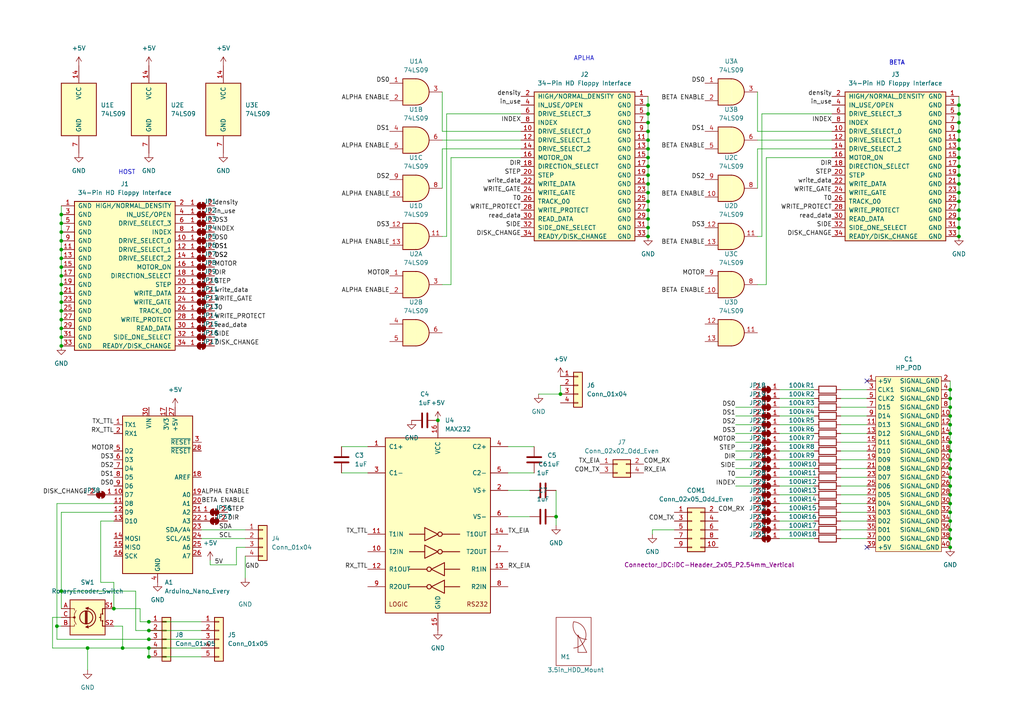
<source format=kicad_sch>
(kicad_sch (version 20211123) (generator eeschema)
  (paper "A4")
  (junction (at 275.59 135.89))
  (junction (at 187.96 30.48))
  (junction (at 275.59 146.05))
  (junction (at 275.59 113.03))
  (junction (at 275.59 156.21))
  (junction (at 43.18 185.42))
  (junction (at 17.78 82.55))
  (junction (at 278.13 68.58))
  (junction (at 275.59 120.65))
  (junction (at 275.59 148.59))
  (junction (at 278.13 53.34))
  (junction (at 187.96 38.1))
  (junction (at 275.59 128.27))
  (junction (at 278.13 48.26))
  (junction (at 278.13 66.04))
  (junction (at 275.59 143.51))
  (junction (at 275.59 140.97))
  (junction (at 278.13 50.8))
  (junction (at 17.78 100.33))
  (junction (at 275.59 115.57))
  (junction (at 187.96 45.72))
  (junction (at 275.59 118.11))
  (junction (at 278.13 60.96))
  (junction (at 17.78 74.93))
  (junction (at 187.96 33.02))
  (junction (at 187.96 60.96))
  (junction (at 43.18 182.88))
  (junction (at 162.56 114.3))
  (junction (at 278.13 40.64))
  (junction (at 17.78 67.31))
  (junction (at 278.13 63.5))
  (junction (at 187.96 50.8))
  (junction (at 127 121.92))
  (junction (at 17.78 62.23))
  (junction (at 278.13 55.88))
  (junction (at 278.13 30.48))
  (junction (at 17.78 77.47))
  (junction (at 17.78 80.01))
  (junction (at 187.96 66.04))
  (junction (at 278.13 38.1))
  (junction (at 275.59 125.73))
  (junction (at 187.96 43.18))
  (junction (at 187.96 53.34))
  (junction (at 43.18 180.34))
  (junction (at 187.96 63.5))
  (junction (at 278.13 43.18))
  (junction (at 275.59 151.13))
  (junction (at 275.59 158.75))
  (junction (at 187.96 68.58))
  (junction (at 275.59 133.35))
  (junction (at 35.56 187.96))
  (junction (at 43.18 190.5))
  (junction (at 25.4 187.96))
  (junction (at 278.13 33.02))
  (junction (at 187.96 55.88))
  (junction (at 275.59 123.19))
  (junction (at 16.51 181.61))
  (junction (at 187.96 48.26))
  (junction (at 17.78 85.09))
  (junction (at 17.78 64.77))
  (junction (at 187.96 58.42))
  (junction (at 278.13 58.42))
  (junction (at 17.78 72.39))
  (junction (at 17.78 87.63))
  (junction (at 17.78 95.25))
  (junction (at 278.13 35.56))
  (junction (at 17.78 90.17))
  (junction (at 43.18 187.96))
  (junction (at 17.78 97.79))
  (junction (at 275.59 153.67))
  (junction (at 17.78 171.45))
  (junction (at 275.59 138.43))
  (junction (at 161.29 149.86))
  (junction (at 33.02 176.53))
  (junction (at 278.13 45.72))
  (junction (at 187.96 40.64))
  (junction (at 187.96 35.56))
  (junction (at 17.78 69.85))
  (junction (at 17.78 92.71))
  (junction (at 275.59 130.81))
  (no_connect (at 251.46 110.49))
  (no_connect (at 251.46 158.75))
  (wire (pts (xy 226.06 120.65) (xy 236.22 120.65)))
  (wire (pts (xy 220.98 68.58) (xy 220.98 33.02)))
  (wire (pts (xy 15.24 187.96) (xy 25.4 187.96)))
  (wire (pts (xy 187.96 38.1) (xy 187.96 40.64)))
  (wire (pts (xy 278.13 48.26) (xy 278.13 50.8)))
  (wire (pts (xy 243.84 128.27) (xy 251.46 128.27)))
  (wire (pts (xy 17.78 179.07) (xy 15.24 179.07)))
  (wire (pts (xy 33.02 176.53) (xy 40.64 176.53)))
  (wire (pts (xy 58.42 190.5) (xy 43.18 190.5)))
  (wire (pts (xy 129.54 33.02) (xy 151.13 33.02)))
  (wire (pts (xy 275.59 110.49) (xy 275.59 113.03)))
  (wire (pts (xy 60.96 163.83) (xy 68.58 163.83)))
  (wire (pts (xy 226.06 118.11) (xy 236.22 118.11)))
  (wire (pts (xy 25.4 187.96) (xy 25.4 194.31)))
  (wire (pts (xy 243.84 151.13) (xy 251.46 151.13)))
  (wire (pts (xy 17.78 74.93) (xy 17.78 77.47)))
  (wire (pts (xy 275.59 148.59) (xy 275.59 151.13)))
  (wire (pts (xy 17.78 148.59) (xy 33.02 148.59)))
  (wire (pts (xy 15.24 179.07) (xy 15.24 187.96)))
  (wire (pts (xy 161.29 142.24) (xy 161.29 149.86)))
  (wire (pts (xy 278.13 58.42) (xy 278.13 60.96)))
  (wire (pts (xy 275.59 115.57) (xy 275.59 118.11)))
  (wire (pts (xy 275.59 156.21) (xy 275.59 158.75)))
  (wire (pts (xy 226.06 128.27) (xy 236.22 128.27)))
  (wire (pts (xy 226.06 151.13) (xy 236.22 151.13)))
  (wire (pts (xy 226.06 133.35) (xy 236.22 133.35)))
  (wire (pts (xy 128.27 43.18) (xy 151.13 43.18)))
  (wire (pts (xy 16.51 181.61) (xy 16.51 146.05)))
  (wire (pts (xy 187.96 45.72) (xy 187.96 48.26)))
  (wire (pts (xy 128.27 40.64) (xy 151.13 40.64)))
  (wire (pts (xy 128.27 82.55) (xy 130.81 82.55)))
  (wire (pts (xy 33.02 176.53) (xy 33.02 168.91)))
  (wire (pts (xy 187.96 66.04) (xy 187.96 68.58)))
  (wire (pts (xy 35.56 181.61) (xy 33.02 181.61)))
  (wire (pts (xy 275.59 133.35) (xy 275.59 135.89)))
  (wire (pts (xy 60.96 163.83) (xy 60.96 162.56)))
  (wire (pts (xy 187.96 30.48) (xy 187.96 33.02)))
  (wire (pts (xy 219.71 68.58) (xy 220.98 68.58)))
  (wire (pts (xy 222.25 82.55) (xy 222.25 45.72)))
  (wire (pts (xy 17.78 171.45) (xy 17.78 148.59)))
  (wire (pts (xy 278.13 50.8) (xy 278.13 53.34)))
  (wire (pts (xy 275.59 146.05) (xy 275.59 148.59)))
  (wire (pts (xy 25.4 187.96) (xy 35.56 187.96)))
  (wire (pts (xy 35.56 187.96) (xy 43.18 187.96)))
  (wire (pts (xy 278.13 55.88) (xy 278.13 58.42)))
  (wire (pts (xy 226.06 140.97) (xy 236.22 140.97)))
  (wire (pts (xy 128.27 26.67) (xy 128.27 38.1)))
  (wire (pts (xy 130.81 82.55) (xy 130.81 45.72)))
  (wire (pts (xy 187.96 48.26) (xy 187.96 50.8)))
  (wire (pts (xy 35.56 187.96) (xy 35.56 181.61)))
  (wire (pts (xy 17.78 176.53) (xy 17.78 171.45)))
  (wire (pts (xy 17.78 181.61) (xy 16.51 181.61)))
  (wire (pts (xy 278.13 63.5) (xy 278.13 66.04)))
  (wire (pts (xy 226.06 125.73) (xy 236.22 125.73)))
  (wire (pts (xy 17.78 59.69) (xy 17.78 62.23)))
  (wire (pts (xy 16.51 185.42) (xy 43.18 185.42)))
  (wire (pts (xy 195.58 153.67) (xy 189.23 153.67)))
  (wire (pts (xy 243.84 148.59) (xy 251.46 148.59)))
  (wire (pts (xy 187.96 40.64) (xy 187.96 43.18)))
  (wire (pts (xy 278.13 66.04) (xy 278.13 68.58)))
  (wire (pts (xy 17.78 90.17) (xy 17.78 92.71)))
  (wire (pts (xy 219.71 82.55) (xy 222.25 82.55)))
  (wire (pts (xy 278.13 38.1) (xy 278.13 40.64)))
  (wire (pts (xy 128.27 54.61) (xy 128.27 43.18)))
  (wire (pts (xy 58.42 187.96) (xy 43.18 187.96)))
  (wire (pts (xy 275.59 120.65) (xy 275.59 123.19)))
  (wire (pts (xy 130.81 45.72) (xy 151.13 45.72)))
  (wire (pts (xy 162.56 111.76) (xy 162.56 114.3)))
  (wire (pts (xy 243.84 143.51) (xy 251.46 143.51)))
  (wire (pts (xy 222.25 45.72) (xy 241.3 45.72)))
  (wire (pts (xy 16.51 181.61) (xy 16.51 185.42)))
  (wire (pts (xy 153.67 149.86) (xy 147.32 149.86)))
  (wire (pts (xy 278.13 40.64) (xy 278.13 43.18)))
  (wire (pts (xy 187.96 27.94) (xy 187.96 30.48)))
  (wire (pts (xy 17.78 85.09) (xy 17.78 87.63)))
  (wire (pts (xy 213.36 133.35) (xy 218.44 133.35)))
  (wire (pts (xy 29.21 151.13) (xy 33.02 151.13)))
  (wire (pts (xy 243.84 118.11) (xy 251.46 118.11)))
  (wire (pts (xy 243.84 135.89) (xy 251.46 135.89)))
  (wire (pts (xy 128.27 68.58) (xy 129.54 68.58)))
  (wire (pts (xy 219.71 38.1) (xy 241.3 38.1)))
  (wire (pts (xy 17.78 62.23) (xy 17.78 64.77)))
  (wire (pts (xy 275.59 138.43) (xy 275.59 140.97)))
  (wire (pts (xy 243.84 133.35) (xy 251.46 133.35)))
  (wire (pts (xy 275.59 123.19) (xy 275.59 125.73)))
  (wire (pts (xy 39.37 182.88) (xy 43.18 182.88)))
  (wire (pts (xy 243.84 138.43) (xy 251.46 138.43)))
  (wire (pts (xy 226.06 148.59) (xy 236.22 148.59)))
  (wire (pts (xy 17.78 82.55) (xy 17.78 85.09)))
  (wire (pts (xy 213.36 118.11) (xy 218.44 118.11)))
  (wire (pts (xy 187.96 60.96) (xy 187.96 63.5)))
  (wire (pts (xy 243.84 125.73) (xy 251.46 125.73)))
  (wire (pts (xy 219.71 43.18) (xy 241.3 43.18)))
  (wire (pts (xy 17.78 77.47) (xy 17.78 80.01)))
  (wire (pts (xy 226.06 135.89) (xy 236.22 135.89)))
  (wire (pts (xy 213.36 138.43) (xy 218.44 138.43)))
  (wire (pts (xy 220.98 33.02) (xy 241.3 33.02)))
  (wire (pts (xy 243.84 140.97) (xy 251.46 140.97)))
  (wire (pts (xy 243.84 146.05) (xy 251.46 146.05)))
  (wire (pts (xy 40.64 180.34) (xy 43.18 180.34)))
  (wire (pts (xy 40.64 176.53) (xy 40.64 180.34)))
  (wire (pts (xy 17.78 87.63) (xy 17.78 90.17)))
  (wire (pts (xy 243.84 120.65) (xy 251.46 120.65)))
  (wire (pts (xy 243.84 123.19) (xy 251.46 123.19)))
  (wire (pts (xy 68.58 158.75) (xy 68.58 163.83)))
  (wire (pts (xy 71.12 167.64) (xy 71.12 161.29)))
  (wire (pts (xy 29.21 168.91) (xy 29.21 151.13)))
  (wire (pts (xy 219.71 54.61) (xy 219.71 43.18)))
  (wire (pts (xy 213.36 123.19) (xy 218.44 123.19)))
  (wire (pts (xy 226.06 123.19) (xy 236.22 123.19)))
  (wire (pts (xy 58.42 153.67) (xy 71.12 153.67)))
  (wire (pts (xy 275.59 125.73) (xy 275.59 128.27)))
  (wire (pts (xy 226.06 143.51) (xy 236.22 143.51)))
  (wire (pts (xy 226.06 146.05) (xy 236.22 146.05)))
  (wire (pts (xy 278.13 43.18) (xy 278.13 45.72)))
  (wire (pts (xy 17.78 95.25) (xy 17.78 97.79)))
  (wire (pts (xy 153.67 142.24) (xy 147.32 142.24)))
  (wire (pts (xy 58.42 185.42) (xy 43.18 185.42)))
  (wire (pts (xy 16.51 146.05) (xy 33.02 146.05)))
  (wire (pts (xy 278.13 27.94) (xy 278.13 30.48)))
  (wire (pts (xy 275.59 135.89) (xy 275.59 138.43)))
  (wire (pts (xy 154.94 137.16) (xy 147.32 137.16)))
  (wire (pts (xy 187.96 53.34) (xy 187.96 55.88)))
  (wire (pts (xy 275.59 153.67) (xy 275.59 156.21)))
  (wire (pts (xy 213.36 125.73) (xy 218.44 125.73)))
  (wire (pts (xy 187.96 58.42) (xy 187.96 60.96)))
  (wire (pts (xy 187.96 43.18) (xy 187.96 45.72)))
  (wire (pts (xy 243.84 130.81) (xy 251.46 130.81)))
  (wire (pts (xy 278.13 35.56) (xy 278.13 38.1)))
  (wire (pts (xy 278.13 30.48) (xy 278.13 33.02)))
  (wire (pts (xy 58.42 180.34) (xy 43.18 180.34)))
  (wire (pts (xy 243.84 156.21) (xy 251.46 156.21)))
  (wire (pts (xy 68.58 158.75) (xy 71.12 158.75)))
  (wire (pts (xy 17.78 171.45) (xy 39.37 171.45)))
  (wire (pts (xy 278.13 60.96) (xy 278.13 63.5)))
  (wire (pts (xy 129.54 68.58) (xy 129.54 33.02)))
  (wire (pts (xy 275.59 118.11) (xy 275.59 120.65)))
  (wire (pts (xy 278.13 33.02) (xy 278.13 35.56)))
  (wire (pts (xy 278.13 53.34) (xy 278.13 55.88)))
  (wire (pts (xy 33.02 168.91) (xy 29.21 168.91)))
  (wire (pts (xy 226.06 115.57) (xy 236.22 115.57)))
  (wire (pts (xy 58.42 156.21) (xy 71.12 156.21)))
  (wire (pts (xy 243.84 115.57) (xy 251.46 115.57)))
  (wire (pts (xy 226.06 130.81) (xy 236.22 130.81)))
  (wire (pts (xy 128.27 38.1) (xy 151.13 38.1)))
  (wire (pts (xy 187.96 55.88) (xy 187.96 58.42)))
  (wire (pts (xy 43.18 187.96) (xy 43.18 190.5)))
  (wire (pts (xy 99.06 129.54) (xy 106.68 129.54)))
  (wire (pts (xy 213.36 130.81) (xy 218.44 130.81)))
  (wire (pts (xy 17.78 80.01) (xy 17.78 82.55)))
  (wire (pts (xy 278.13 45.72) (xy 278.13 48.26)))
  (wire (pts (xy 189.23 153.67) (xy 189.23 154.94)))
  (wire (pts (xy 275.59 140.97) (xy 275.59 143.51)))
  (wire (pts (xy 187.96 35.56) (xy 187.96 38.1)))
  (wire (pts (xy 219.71 26.67) (xy 219.71 38.1)))
  (wire (pts (xy 226.06 113.03) (xy 236.22 113.03)))
  (wire (pts (xy 187.96 33.02) (xy 187.96 35.56)))
  (wire (pts (xy 17.78 69.85) (xy 17.78 72.39)))
  (wire (pts (xy 17.78 72.39) (xy 17.78 74.93)))
  (wire (pts (xy 275.59 113.03) (xy 275.59 115.57)))
  (wire (pts (xy 226.06 153.67) (xy 236.22 153.67)))
  (wire (pts (xy 226.06 156.21) (xy 236.22 156.21)))
  (wire (pts (xy 243.84 113.03) (xy 251.46 113.03)))
  (wire (pts (xy 219.71 40.64) (xy 241.3 40.64)))
  (wire (pts (xy 187.96 63.5) (xy 187.96 66.04)))
  (wire (pts (xy 213.36 140.97) (xy 218.44 140.97)))
  (wire (pts (xy 58.42 182.88) (xy 43.18 182.88)))
  (wire (pts (xy 154.94 129.54) (xy 147.32 129.54)))
  (wire (pts (xy 213.36 120.65) (xy 218.44 120.65)))
  (wire (pts (xy 275.59 128.27) (xy 275.59 130.81)))
  (wire (pts (xy 213.36 128.27) (xy 218.44 128.27)))
  (wire (pts (xy 275.59 130.81) (xy 275.59 133.35)))
  (wire (pts (xy 17.78 92.71) (xy 17.78 95.25)))
  (wire (pts (xy 39.37 171.45) (xy 39.37 182.88)))
  (wire (pts (xy 17.78 97.79) (xy 17.78 100.33)))
  (wire (pts (xy 243.84 153.67) (xy 251.46 153.67)))
  (wire (pts (xy 187.96 50.8) (xy 187.96 53.34)))
  (wire (pts (xy 17.78 64.77) (xy 17.78 67.31)))
  (wire (pts (xy 156.21 114.3) (xy 162.56 114.3)))
  (wire (pts (xy 226.06 138.43) (xy 236.22 138.43)))
  (wire (pts (xy 161.29 149.86) (xy 161.29 152.4)))
  (wire (pts (xy 275.59 143.51) (xy 275.59 146.05)))
  (wire (pts (xy 17.78 67.31) (xy 17.78 69.85)))
  (wire (pts (xy 99.06 137.16) (xy 106.68 137.16)))
  (wire (pts (xy 275.59 151.13) (xy 275.59 153.67)))
  (wire (pts (xy 213.36 135.89) (xy 218.44 135.89)))
  (text "HOST" (at 34.29 50.8 0) (effects (font (size 1.27 1.27)) (justify left bottom)))
  (text "BETA" (at 257.81 19.05 0) (effects (font (size 1.27 1.27)) (justify left bottom)))
  (text "BETA" (at 257.81 19.05 0) (effects (font (size 1.27 1.27)) (justify left bottom)))
  (text "APLHA" (at 166.37 17.78 0) (effects (font (size 1.27 1.27)) (justify left bottom)))
  (label "INDEX" (at 213.36 140.97 180))
  (label "BETA ENABLE" (at 204.47 71.12 180))
  (label "ALPHA ENABLE" (at 113.03 71.12 180))
  (label "read_data" (at 241.3 63.5 180))
  (label "ALPHA ENABLE" (at 113.03 29.21 180))
  (label "DS1" (at 204.47 38.1 180))
  (label "DIR" (at 213.36 133.35 180))
  (label "WRITE_PROTECT" (at 62.23 92.71 0))
  (label "SDA" (at 63.5 153.67 0))
  (label "TX_TTL" (at 106.68 154.94 180))
  (label "ALPHA ENABLE" (at 58.42 143.51 0))
  (label "DS2" (at 62.23 74.93 0))
  (label "DS0" (at 33.02 140.97 180))
  (label "DS1" (at 213.36 120.65 180))
  (label "DS2" (at 113.03 52.07 180))
  (label "density" (at 241.3 27.94 180))
  (label "T0" (at 151.13 58.42 180))
  (label "DS2" (at 62.23 74.93 0))
  (label "INDEX" (at 241.3 35.56 180))
  (label "WRITE_GATE" (at 151.13 55.88 180))
  (label "STEP" (at 151.13 50.8 180))
  (label "RX_EIA" (at 186.69 137.16 0))
  (label "T0" (at 213.36 138.43 180))
  (label "MOTOR" (at 33.02 130.81 180))
  (label "in_use" (at 62.23 62.23 0))
  (label "COM_RX" (at 186.69 134.62 0))
  (label "SIDE" (at 62.23 97.79 0))
  (label "SIDE" (at 213.36 135.89 180))
  (label "DS3" (at 213.36 125.73 180))
  (label "DS0" (at 213.36 118.11 180))
  (label "DS3" (at 204.47 66.04 180))
  (label "MOTOR" (at 204.47 80.01 180))
  (label "SIDE" (at 241.3 66.04 180))
  (label "read_data" (at 62.23 95.25 0))
  (label "5V" (at 62.23 163.83 0))
  (label "STEP" (at 241.3 50.8 180))
  (label "DISK_CHANGE" (at 241.3 68.58 180))
  (label "T0" (at 62.23 90.17 0))
  (label "DS2" (at 204.47 52.07 180))
  (label "DS2" (at 33.02 135.89 180))
  (label "INDEX" (at 151.13 35.56 180))
  (label "in_use" (at 151.13 30.48 180))
  (label "SCL" (at 63.5 156.21 0))
  (label "DISK_CHANGE" (at 151.13 68.58 180))
  (label "DS0" (at 113.03 24.13 180))
  (label "DS1" (at 62.23 72.39 0))
  (label "DS1" (at 113.03 38.1 180))
  (label "write_data" (at 241.3 53.34 180))
  (label "WRITE_GATE" (at 62.23 87.63 0))
  (label "WRITE_PROTECT" (at 241.3 60.96 180))
  (label "BETA ENABLE" (at 58.42 146.05 0))
  (label "STEP" (at 62.23 82.55 0))
  (label "DIR" (at 151.13 48.26 180))
  (label "DIR" (at 62.23 80.01 0))
  (label "BETA ENABLE" (at 204.47 29.21 180))
  (label "DS2" (at 213.36 123.19 180))
  (label "MOTOR" (at 62.23 77.47 0))
  (label "MOTOR" (at 213.36 128.27 180))
  (label "STEP" (at 66.04 148.59 0))
  (label "RX_EIA" (at 147.32 165.1 0))
  (label "MOTOR" (at 113.03 80.01 180))
  (label "T0" (at 241.3 58.42 180))
  (label "DISK_CHANGE" (at 25.4 143.51 180))
  (label "DS3" (at 33.02 133.35 180))
  (label "RX_TTL" (at 33.02 125.73 180))
  (label "ALPHA ENABLE" (at 113.03 43.18 180))
  (label "DS3" (at 62.23 64.77 0))
  (label "ALPHA ENABLE" (at 113.03 57.15 180))
  (label "DISK_CHANGE" (at 62.23 100.33 0))
  (label "TX_EIA" (at 173.99 134.62 180))
  (label "INDEX" (at 62.23 67.31 0))
  (label "TX_EIA" (at 147.32 154.94 0))
  (label "DS0" (at 204.47 24.13 180))
  (label "DS1" (at 62.23 72.39 0))
  (label "BETA ENABLE" (at 204.47 85.09 180))
  (label "COM_RX" (at 208.28 148.59 0))
  (label "WRITE_PROTECT" (at 151.13 60.96 180))
  (label "DS1" (at 33.02 138.43 180))
  (label "write_data" (at 151.13 53.34 180))
  (label "WRITE_GATE" (at 241.3 55.88 180))
  (label "write_data" (at 62.23 85.09 0))
  (label "DS0" (at 62.23 69.85 0))
  (label "COM_TX" (at 195.58 151.13 180))
  (label "read_data" (at 151.13 63.5 180))
  (label "DIR" (at 66.04 151.13 0))
  (label "BETA ENABLE" (at 204.47 57.15 180))
  (label "density" (at 151.13 27.94 180))
  (label "SIDE" (at 151.13 66.04 180))
  (label "STEP" (at 213.36 130.81 180))
  (label "TX_TTL" (at 33.02 123.19 180))
  (label "DIR" (at 241.3 48.26 180))
  (label "RX_TTL" (at 106.68 165.1 180))
  (label "density" (at 62.23 59.69 0))
  (label "in_use" (at 241.3 30.48 180))
  (label "BETA ENABLE" (at 204.47 43.18 180))
  (label "COM_TX" (at 173.99 137.16 180))
  (label "ALPHA ENABLE" (at 113.03 85.09 180))
  (label "DS3" (at 113.03 66.04 180))
  (label "GND" (at 71.12 165.1 0))
  (symbol (lib_id "power:GND") (at 187.96 68.58 0) (unit 1)
    (property "Reference" "#PWR0111" (effects hide))
    (property "Value" "GND" (at 187.96 73.66 0))
  )
  (symbol (lib_id "power:GND") (at 64.77 44.45 0) (unit 1)
    (property "Reference" "#PWR0105" (effects hide))
    (property "Value" "GND" (at 64.77 49.53 0))
  )
  (symbol (lib_id "Device:C") (at 157.48 142.24 90) (unit 1)
    (property "Reference" "C6" (at 157.48 134.62 90))
    (property "Value" "1uF" (at 157.48 137.16 90))
    (property "Footprint" "Capacitor_SMD:C_1206_3216Metric_Pad1.33x1.80mm_HandSolder" (effects hide))
    (property "Manufacturer Part Number" "GMC31X7R105M100NT" (effects hide))
  )
  (symbol (lib_id "Connector_Generic:Conn_01x04") (at 76.2 156.21 0) (unit 1)
    (property "Reference" "J4" (at 78.74 156.2099 0) (effects (justify left)))
    (property "Value" "Conn_01x04" (at 78.74 158.7499 0) (effects (justify left)))
    (property "Footprint" "Connector_PinHeader_2.54mm:PinHeader_1x04_P2.54mm_Vertical" (effects hide))
  )
  (symbol (lib_id "Jumper:SolderJumper_2_Bridged") (at 58.42 97.79 0) (unit 1)
    (property "Reference" "JP16" (at 60.96 96.52 0))
    (property "Value" "SolderJumper_2_Bridged" (effects hide))
    (property "Footprint" "Jumper:SolderJumper-2_P1.3mm_Bridged_RoundedPad1.0x1.5mm" (effects hide))
  )
  (symbol (lib_id "Device:R") (at 240.03 151.13 90) (unit 1)
    (property "Reference" "R16" (at 234.95 149.86 90))
    (property "Value" "100k" (at 231.14 149.86 90))
    (property "Footprint" "Resistor_SMD:R_0603_1608Metric_Pad0.98x0.95mm_HandSolder" (effects hide))
    (property "Manufacturer Part Number" "RC0603FR-7W100KL" (effects hide))
  )
  (symbol (lib_id "Jumper:SolderJumper_2_Bridged") (at 222.25 151.13 0) (mirror y) (unit 1)
    (property "Reference" "JP33" (at 219.71 149.86 0))
    (property "Value" "SolderJumper_2_Bridged" (effects hide))
    (property "Footprint" "Jumper:SolderJumper-2_P1.3mm_Bridged_RoundedPad1.0x1.5mm" (effects hide))
  )
  (symbol (lib_id "power:GND") (at 22.86 44.45 0) (unit 1)
    (property "Reference" "#PWR0101" (effects hide))
    (property "Value" "GND" (at 22.86 49.53 0))
  )
  (symbol (lib_id "FloppyInterface:34-Pin HD Floppy Interface") (at 49.53 80.01 0) (mirror y) (unit 1)
    (property "Reference" "J1" (at 36.195 53.34 0))
    (property "Value" "34-Pin HD Floppy Interface" (at 36.195 55.88 0))
    (property "Footprint" "Connector_IDC:IDC-Header_2x17_P2.54mm_Vertical" (effects hide))
    (property "Datasheet" "https://deramp.com/downloads/floppy_drives/teac/TEAC%20FD-55GFR.pdf" (effects hide))
    (property "Manufacturer Part Number" "302-S341" (effects hide))
  )
  (symbol (lib_id "Device:RotaryEncoder_Switch") (at 25.4 179.07 0) (unit 1)
    (property "Reference" "SW1" (at 25.4 168.91 0))
    (property "Value" "RotaryEncoder_Switch" (at 25.4 171.45 0))
    (property "Footprint" "Rotary_Encoder:RotaryEncoder_Alps_EC11E-Switch_Vertical_H20mm" (effects hide))
    (property "Manufacturer Part Number" "PEC11R-4220K-S0024" (effects hide))
  )
  (symbol (lib_id "Connector_Generic:Conn_02x05_Odd_Even") (at 200.66 153.67 0) (unit 1)
    (property "Reference" "COM1" (at 201.93 142.24 0))
    (property "Value" "Conn_02x05_Odd_Even" (at 201.93 144.78 0))
    (property "Footprint" "Connector_IDC:IDC-Header_2x05_P2.54mm_Vertical" (at 205.74 163.83 0))
    (property "Manufacturer Part Number" "CH87102V200" (effects hide))
  )
  (symbol (lib_id "74xx:74LS09") (at 212.09 54.61 0) (unit 3)
    (property "Reference" "U2" (at 212.09 45.72 0))
    (property "Value" "74LS09" (at 212.09 48.26 0))
    (property "Footprint" "Package_DIP:DIP-14_W10.16mm_LongPads" (effects hide))
    (property "Datasheet" "http://www.ti.com/lit/gpn/sn74LS09" (effects hide))
    (property "Manufacturer Part Number" "SN74LS09N" (effects hide))
  )
  (symbol (lib_id "Connector_Generic:Conn_02x02_Odd_Even") (at 179.07 134.62 0) (unit 1)
    (property "Reference" "J7" (at 180.34 128.27 0))
    (property "Value" "Conn_02x02_Odd_Even" (at 180.34 130.81 0))
    (property "Footprint" "Connector_PinHeader_2.54mm:PinHeader_2x02_P2.54mm_Vertical" (effects hide))
  )
  (symbol (lib_id "Jumper:SolderJumper_2_Bridged") (at 29.21 143.51 0) (mirror y) (unit 1)
    (property "Reference" "JP38" (at 26.67 142.24 0))
    (property "Value" "SolderJumper_2_Bridged" (effects hide))
    (property "Footprint" "Jumper:SolderJumper-2_P1.3mm_Bridged_RoundedPad1.0x1.5mm" (effects hide))
  )
  (symbol (lib_id "Jumper:SolderJumper_2_Bridged") (at 58.42 87.63 0) (unit 1)
    (property "Reference" "JP12" (at 60.96 86.36 0))
    (property "Value" "SolderJumper_2_Bridged" (effects hide))
    (property "Footprint" "Jumper:SolderJumper-2_P1.3mm_Bridged_RoundedPad1.0x1.5mm" (effects hide))
  )
  (symbol (lib_id "Device:R") (at 240.03 156.21 90) (unit 1)
    (property "Reference" "R18" (at 234.95 154.94 90))
    (property "Value" "100k" (at 231.14 154.94 90))
    (property "Footprint" "Resistor_SMD:R_0603_1608Metric_Pad0.98x0.95mm_HandSolder" (effects hide))
    (property "Manufacturer Part Number" "RC0603FR-7W100KL" (effects hide))
  )
  (symbol (lib_id "Device:R") (at 240.03 118.11 90) (unit 1)
    (property "Reference" "R3" (at 234.95 116.84 90))
    (property "Value" "100k" (at 231.14 116.84 90))
    (property "Footprint" "Resistor_SMD:R_0603_1608Metric_Pad0.98x0.95mm_HandSolder" (effects hide))
    (property "Manufacturer Part Number" "RC0603FR-7W100KL" (effects hide))
  )
  (symbol (lib_id "74xx:74LS09") (at 120.65 96.52 0) (unit 2)
    (property "Reference" "U2" (at 120.65 87.63 0))
    (property "Value" "74LS09" (at 120.65 90.17 0))
    (property "Footprint" "Package_DIP:DIP-14_W10.16mm_LongPads" (effects hide))
    (property "Datasheet" "http://www.ti.com/lit/gpn/sn74LS09" (effects hide))
    (property "Manufacturer Part Number" "SN74LS09N" (effects hide))
  )
  (symbol (lib_id "Device:C") (at 123.19 121.92 270) (unit 1)
    (property "Reference" "C4" (at 123.19 114.3 90))
    (property "Value" "1uF" (at 123.19 116.84 90))
    (property "Footprint" "Capacitor_SMD:C_1206_3216Metric_Pad1.33x1.80mm_HandSolder" (effects hide))
    (property "Manufacturer Part Number" "GMC31X7R105M100NT" (effects hide))
  )
  (symbol (lib_id "74xx:74LS09") (at 120.65 68.58 0) (unit 4)
    (property "Reference" "U1" (at 120.65 59.69 0))
    (property "Value" "74LS09" (at 120.65 62.23 0))
    (property "Footprint" "Package_DIP:DIP-14_W10.16mm_LongPads" (effects hide))
    (property "Datasheet" "http://www.ti.com/lit/gpn/sn74LS09" (effects hide))
    (property "Manufacturer Part Number" "SN74LS09N" (effects hide))
  )
  (symbol (lib_id "74xx:74LS09") (at 212.09 82.55 0) (unit 3)
    (property "Reference" "U3" (at 212.09 73.66 0))
    (property "Value" "74LS09" (at 212.09 76.2 0))
    (property "Footprint" "Package_DIP:DIP-14_W10.16mm_LongPads" (effects hide))
    (property "Datasheet" "http://www.ti.com/lit/gpn/sn74LS09" (effects hide))
    (property "Manufacturer Part Number" "SN74LS09N" (effects hide))
  )
  (symbol (lib_id "power:+5V") (at 162.56 109.22 0) (unit 1)
    (property "Reference" "#PWR0122" (effects hide))
    (property "Value" "+5V" (at 162.56 104.14 0))
  )
  (symbol (lib_id "Jumper:SolderJumper_2_Bridged") (at 58.42 62.23 0) (unit 1)
    (property "Reference" "JP2" (at 60.96 60.96 0))
    (property "Value" "SolderJumper_2_Bridged" (effects hide))
    (property "Footprint" "Jumper:SolderJumper-2_P1.3mm_Bridged_RoundedPad1.0x1.5mm" (effects hide))
  )
  (symbol (lib_id "Jumper:SolderJumper_2_Bridged") (at 58.42 69.85 0) (unit 1)
    (property "Reference" "JP5" (at 60.96 68.58 0))
    (property "Value" "SolderJumper_2_Bridged" (effects hide))
    (property "Footprint" "Jumper:SolderJumper-2_P1.3mm_Bridged_RoundedPad1.0x1.5mm" (effects hide))
  )
  (symbol (lib_id "74xx:74LS09") (at 120.65 54.61 0) (unit 3)
    (property "Reference" "U1" (at 120.65 45.72 0))
    (property "Value" "74LS09" (at 120.65 48.26 0))
    (property "Footprint" "Package_DIP:DIP-14_W10.16mm_LongPads" (effects hide))
    (property "Datasheet" "http://www.ti.com/lit/gpn/sn74LS09" (effects hide))
    (property "Manufacturer Part Number" "SN74LS09N" (effects hide))
  )
  (symbol (lib_id "power:GND") (at 278.13 68.58 0) (unit 1)
    (property "Reference" "#PWR0110" (effects hide))
    (property "Value" "GND" (at 278.13 73.66 0))
  )
  (symbol (lib_id "Device:R") (at 240.03 120.65 90) (unit 1)
    (property "Reference" "R4" (at 234.95 119.38 90))
    (property "Value" "100k" (at 231.14 119.38 90))
    (property "Footprint" "Resistor_SMD:R_0603_1608Metric_Pad0.98x0.95mm_HandSolder" (effects hide))
    (property "Manufacturer Part Number" "RC0603FR-7W100KL" (effects hide))
  )
  (symbol (lib_id "power:+5V") (at 60.96 162.56 0) (unit 1)
    (property "Reference" "#PWR0113" (effects hide))
    (property "Value" "+5V" (at 60.96 157.48 0))
  )
  (symbol (lib_id "Jumper:SolderJumper_2_Bridged") (at 58.42 85.09 0) (unit 1)
    (property "Reference" "JP11" (at 60.96 83.82 0))
    (property "Value" "SolderJumper_2_Bridged" (effects hide))
    (property "Footprint" "Jumper:SolderJumper-2_P1.3mm_Bridged_RoundedPad1.0x1.5mm" (effects hide))
  )
  (symbol (lib_id "Device:C") (at 157.48 149.86 90) (unit 1)
    (property "Reference" "C7" (at 157.48 142.24 90))
    (property "Value" "1uF" (at 157.48 144.78 90))
    (property "Footprint" "Capacitor_SMD:C_1206_3216Metric_Pad1.33x1.80mm_HandSolder" (effects hide))
    (property "Manufacturer Part Number" "GMC31X7R105M100NT" (effects hide))
  )
  (symbol (lib_id "MountFormFactor:3.5in_HDD_Mount") (at 166.37 186.69 0) (unit 1)
    (property "Reference" "M1" (at 162.56 190.5 0) (effects (justify left)))
    (property "Value" "3.5in_HDD_Mount" (at 158.75 194.31 0) (effects (justify left)))
    (property "Footprint" "MountFormFactor:3.5in HDD Bottom Mount" (effects hide))
  )
  (symbol (lib_id "FloppyInterface:34-Pin HD Floppy Interface") (at 156.21 48.26 0) (unit 1)
    (property "Reference" "J2" (at 169.545 21.59 0))
    (property "Value" "34-Pin HD Floppy Interface" (at 169.545 24.13 0))
    (property "Footprint" "Connector_IDC:IDC-Header_2x17_P2.54mm_Vertical" (effects hide))
    (property "Datasheet" "https://deramp.com/downloads/floppy_drives/teac/TEAC%20FD-55GFR.pdf" (effects hide))
    (property "Manufacturer Part Number" "302-S341" (effects hide))
  )
  (symbol (lib_id "74xx:74LS09") (at 212.09 26.67 0) (unit 1)
    (property "Reference" "U3" (at 212.09 17.78 0))
    (property "Value" "74LS09" (at 212.09 20.32 0))
    (property "Footprint" "Package_DIP:DIP-14_W10.16mm_LongPads" (effects hide))
    (property "Datasheet" "http://www.ti.com/lit/gpn/sn74LS09" (effects hide))
    (property "Manufacturer Part Number" "SN74LS09N" (effects hide))
  )
  (symbol (lib_id "Jumper:SolderJumper_2_Bridged") (at 222.25 125.73 0) (mirror y) (unit 1)
    (property "Reference" "JP23" (at 219.71 124.46 0))
    (property "Value" "SolderJumper_2_Bridged" (effects hide))
    (property "Footprint" "Jumper:SolderJumper-2_P1.3mm_Bridged_RoundedPad1.0x1.5mm" (effects hide))
  )
  (symbol (lib_id "Jumper:SolderJumper_2_Bridged") (at 222.25 143.51 0) (mirror y) (unit 1)
    (property "Reference" "JP30" (at 219.71 142.24 0))
    (property "Value" "SolderJumper_2_Bridged" (effects hide))
    (property "Footprint" "Jumper:SolderJumper-2_P1.3mm_Bridged_RoundedPad1.0x1.5mm" (effects hide))
  )
  (symbol (lib_id "Device:R") (at 240.03 143.51 90) (unit 1)
    (property "Reference" "R13" (at 234.95 142.24 90))
    (property "Value" "100k" (at 231.14 142.24 90))
    (property "Footprint" "Resistor_SMD:R_0603_1608Metric_Pad0.98x0.95mm_HandSolder" (effects hide))
    (property "Manufacturer Part Number" "RC0603FR-7W100KL" (effects hide))
  )
  (symbol (lib_id "Jumper:SolderJumper_2_Bridged") (at 58.42 90.17 0) (unit 1)
    (property "Reference" "JP13" (at 60.96 88.9 0))
    (property "Value" "SolderJumper_2_Bridged" (effects hide))
    (property "Footprint" "Jumper:SolderJumper-2_P1.3mm_Bridged_RoundedPad1.0x1.5mm" (effects hide))
  )
  (symbol (lib_id "power:GND") (at 43.18 44.45 0) (unit 1)
    (property "Reference" "#PWR0103" (effects hide))
    (property "Value" "GND" (at 43.18 49.53 0))
  )
  (symbol (lib_id "power:GND") (at 25.4 194.31 0) (unit 1)
    (property "Reference" "#PWR0115" (effects hide))
    (property "Value" "GND" (at 25.4 199.39 0))
  )
  (symbol (lib_id "Device:R") (at 240.03 135.89 90) (unit 1)
    (property "Reference" "R10" (at 234.95 134.62 90))
    (property "Value" "100k" (at 231.14 134.62 90))
    (property "Footprint" "Resistor_SMD:R_0603_1608Metric_Pad0.98x0.95mm_HandSolder" (effects hide))
    (property "Manufacturer Part Number" "RC0603FR-7W100KL" (effects hide))
  )
  (symbol (lib_id "Jumper:SolderJumper_2_Bridged") (at 222.25 146.05 0) (mirror y) (unit 1)
    (property "Reference" "JP31" (at 219.71 144.78 0))
    (property "Value" "SolderJumper_2_Bridged" (effects hide))
    (property "Footprint" "Jumper:SolderJumper-2_P1.3mm_Bridged_RoundedPad1.0x1.5mm" (effects hide))
  )
  (symbol (lib_id "hp-probe:HP_POD") (at 257.81 106.68 0) (unit 1)
    (property "Reference" "C1" (at 263.525 104.14 0))
    (property "Value" "HP_POD" (at 263.525 106.68 0))
    (property "Footprint" "HP_PROBE:HP Probe POD" (effects hide))
    (property "Manufacturer Part Number" "302-S401" (effects hide))
  )
  (symbol (lib_id "Jumper:SolderJumper_2_Bridged") (at 58.42 82.55 0) (unit 1)
    (property "Reference" "JP10" (at 60.96 81.28 0))
    (property "Value" "SolderJumper_2_Bridged" (effects hide))
    (property "Footprint" "Jumper:SolderJumper-2_P1.3mm_Bridged_RoundedPad1.0x1.5mm" (effects hide))
  )
  (symbol (lib_id "Jumper:SolderJumper_2_Bridged") (at 58.42 80.01 0) (unit 1)
    (property "Reference" "JP9" (at 60.96 78.74 0))
    (property "Value" "SolderJumper_2_Bridged" (effects hide))
    (property "Footprint" "Jumper:SolderJumper-2_P1.3mm_Bridged_RoundedPad1.0x1.5mm" (effects hide))
  )
  (symbol (lib_id "Jumper:SolderJumper_2_Bridged") (at 58.42 95.25 0) (unit 1)
    (property "Reference" "JP15" (at 60.96 93.98 0))
    (property "Value" "SolderJumper_2_Bridged" (effects hide))
    (property "Footprint" "Jumper:SolderJumper-2_P1.3mm_Bridged_RoundedPad1.0x1.5mm" (effects hide))
  )
  (symbol (lib_id "Jumper:SolderJumper_2_Bridged") (at 58.42 74.93 0) (unit 1)
    (property "Reference" "JP7" (at 60.96 73.66 0))
    (property "Value" "SolderJumper_2_Bridged" (effects hide))
    (property "Footprint" "Jumper:SolderJumper-2_P1.3mm_Bridged_RoundedPad1.0x1.5mm" (effects hide))
  )
  (symbol (lib_id "Jumper:SolderJumper_2_Bridged") (at 62.23 148.59 0) (unit 1)
    (property "Reference" "JP36" (at 64.77 147.32 0))
    (property "Value" "SolderJumper_2_Bridged" (effects hide))
    (property "Footprint" "Jumper:SolderJumper-2_P1.3mm_Bridged_RoundedPad1.0x1.5mm" (effects hide))
  )
  (symbol (lib_id "Jumper:SolderJumper_2_Bridged") (at 222.25 128.27 0) (mirror y) (unit 1)
    (property "Reference" "JP24" (at 219.71 127 0))
    (property "Value" "SolderJumper_2_Bridged" (effects hide))
    (property "Footprint" "Jumper:SolderJumper-2_P1.3mm_Bridged_RoundedPad1.0x1.5mm" (effects hide))
  )
  (symbol (lib_id "power:+5V") (at 50.8 118.11 0) (unit 1)
    (property "Reference" "#PWR0109" (effects hide))
    (property "Value" "+5V" (at 50.8 113.03 0))
  )
  (symbol (lib_id "Device:R") (at 240.03 113.03 90) (unit 1)
    (property "Reference" "R1" (at 234.95 111.76 90))
    (property "Value" "100k" (at 231.14 111.76 90))
    (property "Footprint" "Resistor_SMD:R_0603_1608Metric_Pad0.98x0.95mm_HandSolder" (effects hide))
    (property "Manufacturer Part Number" "RC0603FR-7W100KL" (effects hide))
  )
  (symbol (lib_id "Jumper:SolderJumper_2_Bridged") (at 222.25 135.89 0) (mirror y) (unit 1)
    (property "Reference" "JP27" (at 219.71 134.62 0))
    (property "Value" "SolderJumper_2_Bridged" (effects hide))
    (property "Footprint" "Jumper:SolderJumper-2_P1.3mm_Bridged_RoundedPad1.0x1.5mm" (effects hide))
  )
  (symbol (lib_id "Jumper:SolderJumper_2_Bridged") (at 222.25 153.67 0) (mirror y) (unit 1)
    (property "Reference" "JP34" (at 219.71 152.4 0))
    (property "Value" "SolderJumper_2_Bridged" (effects hide))
    (property "Footprint" "Jumper:SolderJumper-2_P1.3mm_Bridged_RoundedPad1.0x1.5mm" (effects hide))
  )
  (symbol (lib_id "Jumper:SolderJumper_2_Bridged") (at 222.25 133.35 0) (mirror y) (unit 1)
    (property "Reference" "JP26" (at 219.71 132.08 0))
    (property "Value" "SolderJumper_2_Bridged" (effects hide))
    (property "Footprint" "Jumper:SolderJumper-2_P1.3mm_Bridged_RoundedPad1.0x1.5mm" (effects hide))
  )
  (symbol (lib_id "Jumper:SolderJumper_2_Bridged") (at 222.25 130.81 0) (mirror y) (unit 1)
    (property "Reference" "JP25" (at 219.71 129.54 0))
    (property "Value" "SolderJumper_2_Bridged" (effects hide))
    (property "Footprint" "Jumper:SolderJumper-2_P1.3mm_Bridged_RoundedPad1.0x1.5mm" (effects hide))
  )
  (symbol (lib_id "power:+5V") (at 127 121.92 0) (unit 1)
    (property "Reference" "#PWR0118" (effects hide))
    (property "Value" "+5V" (at 127 116.84 0))
  )
  (symbol (lib_id "Connector_Generic:Conn_01x05") (at 63.5 185.42 0) (unit 1)
    (property "Reference" "J5" (at 66.04 184.1499 0) (effects (justify left)))
    (property "Value" "Conn_01x05" (at 66.04 186.6899 0) (effects (justify left)))
    (property "Footprint" "Connector_PinHeader_2.54mm:PinHeader_1x05_P2.54mm_Vertical" (effects hide))
  )
  (symbol (lib_id "power:GND") (at 17.78 100.33 0) (unit 1)
    (property "Reference" "#PWR0107" (effects hide))
    (property "Value" "GND" (at 17.78 105.41 0))
  )
  (symbol (lib_id "Jumper:SolderJumper_2_Bridged") (at 58.42 59.69 0) (unit 1)
    (property "Reference" "JP1" (at 60.96 58.42 0))
    (property "Value" "SolderJumper_2_Bridged" (effects hide))
    (property "Footprint" "Jumper:SolderJumper-2_P1.3mm_Bridged_RoundedPad1.0x1.5mm" (effects hide))
  )
  (symbol (lib_id "Jumper:SolderJumper_2_Bridged") (at 58.42 72.39 0) (unit 1)
    (property "Reference" "JP6" (at 60.96 71.12 0))
    (property "Value" "SolderJumper_2_Bridged" (effects hide))
    (property "Footprint" "Jumper:SolderJumper-2_P1.3mm_Bridged_RoundedPad1.0x1.5mm" (effects hide))
  )
  (symbol (lib_id "MCU_Module:Arduino_Nano_Every") (at 45.72 143.51 0) (unit 1)
    (property "Reference" "A1" (at 47.7394 168.91 0) (effects (justify left)))
    (property "Value" "Arduino_Nano_Every" (at 47.7394 171.45 0) (effects (justify left)))
    (property "Footprint" "Module:Arduino_Nano" (effects hide))
    (property "Datasheet" "https://content.arduino.cc/assets/NANOEveryV3.0_sch.pdf" (effects hide))
  )
  (symbol (lib_id "74xx:74LS09") (at 22.86 31.75 0) (unit 5)
    (property "Reference" "U1" (at 29.21 30.4799 0) (effects (justify left)))
    (property "Value" "74LS09" (at 29.21 33.0199 0) (effects (justify left)))
    (property "Footprint" "Package_DIP:DIP-14_W10.16mm_LongPads" (effects hide))
    (property "Datasheet" "http://www.ti.com/lit/gpn/sn74LS09" (effects hide))
    (property "Manufacturer Part Number" "SN74LS09N" (effects hide))
  )
  (symbol (lib_id "Jumper:SolderJumper_2_Bridged") (at 58.42 67.31 0) (unit 1)
    (property "Reference" "JP4" (at 60.96 66.04 0))
    (property "Value" "SolderJumper_2_Bridged" (effects hide))
    (property "Footprint" "Jumper:SolderJumper-2_P1.3mm_Bridged_RoundedPad1.0x1.5mm" (effects hide))
  )
  (symbol (lib_id "74xx:74LS09") (at 43.18 31.75 0) (unit 5)
    (property "Reference" "U2" (at 49.53 30.4799 0) (effects (justify left)))
    (property "Value" "74LS09" (at 49.53 33.0199 0) (effects (justify left)))
    (property "Footprint" "Package_DIP:DIP-14_W10.16mm_LongPads" (effects hide))
    (property "Datasheet" "http://www.ti.com/lit/gpn/sn74LS09" (effects hide))
    (property "Manufacturer Part Number" "SN74LS09N" (effects hide))
  )
  (symbol (lib_id "Connector_Generic:Conn_01x05") (at 48.26 185.42 0) (unit 1)
    (property "Reference" "J8" (at 50.8 184.1499 0) (effects (justify left)))
    (property "Value" "Conn_01x05" (at 50.8 186.6899 0) (effects (justify left)))
    (property "Footprint" "Connector_PinHeader_2.54mm:PinHeader_1x05_P2.54mm_Vertical" (effects hide))
  )
  (symbol (lib_id "Jumper:SolderJumper_2_Bridged") (at 58.42 100.33 0) (unit 1)
    (property "Reference" "JP17" (at 60.96 99.06 0))
    (property "Value" "SolderJumper_2_Bridged" (effects hide))
    (property "Footprint" "Jumper:SolderJumper-2_P1.3mm_Bridged_RoundedPad1.0x1.5mm" (effects hide))
  )
  (symbol (lib_id "Jumper:SolderJumper_2_Bridged") (at 222.25 138.43 0) (mirror y) (unit 1)
    (property "Reference" "JP28" (at 219.71 137.16 0))
    (property "Value" "SolderJumper_2_Bridged" (effects hide))
    (property "Footprint" "Jumper:SolderJumper-2_P1.3mm_Bridged_RoundedPad1.0x1.5mm" (effects hide))
  )
  (symbol (lib_id "power:GND") (at 71.12 167.64 0) (unit 1)
    (property "Reference" "#PWR0114" (effects hide))
    (property "Value" "GND" (at 71.12 175.26 0))
  )
  (symbol (lib_id "74xx:74LS09") (at 120.65 26.67 0) (unit 1)
    (property "Reference" "U1" (at 120.65 17.78 0))
    (property "Value" "74LS09" (at 120.65 20.32 0))
    (property "Footprint" "Package_DIP:DIP-14_W10.16mm_LongPads" (effects hide))
    (property "Datasheet" "http://www.ti.com/lit/gpn/sn74LS09" (effects hide))
    (property "Manufacturer Part Number" "SN74LS09N" (effects hide))
  )
  (symbol (lib_id "74xx:74LS09") (at 212.09 68.58 0) (unit 4)
    (property "Reference" "U2" (at 212.09 59.69 0))
    (property "Value" "74LS09" (at 212.09 62.23 0))
    (property "Footprint" "Package_DIP:DIP-14_W10.16mm_LongPads" (effects hide))
    (property "Datasheet" "http://www.ti.com/lit/gpn/sn74LS09" (effects hide))
    (property "Manufacturer Part Number" "SN74LS09N" (effects hide))
  )
  (symbol (lib_id "Device:R") (at 240.03 146.05 90) (unit 1)
    (property "Reference" "R14" (at 234.95 144.78 90))
    (property "Value" "100k" (at 231.14 144.78 90))
    (property "Footprint" "Resistor_SMD:R_0603_1608Metric_Pad0.98x0.95mm_HandSolder" (effects hide))
    (property "Manufacturer Part Number" "RC0603FR-7W100KL" (effects hide))
  )
  (symbol (lib_id "Device:R") (at 240.03 148.59 90) (unit 1)
    (property "Reference" "R15" (at 234.95 147.32 90))
    (property "Value" "100k" (at 231.14 147.32 90))
    (property "Footprint" "Resistor_SMD:R_0603_1608Metric_Pad0.98x0.95mm_HandSolder" (effects hide))
    (property "Manufacturer Part Number" "RC0603FR-7W100KL" (effects hide))
  )
  (symbol (lib_id "FloppyInterface:34-Pin HD Floppy Interface") (at 246.38 48.26 0) (unit 1)
    (property "Reference" "J3" (at 259.715 21.59 0))
    (property "Value" "34-Pin HD Floppy Interface" (at 259.715 24.13 0))
    (property "Footprint" "Connector_IDC:IDC-Header_2x17_P2.54mm_Vertical" (effects hide))
    (property "Datasheet" "https://deramp.com/downloads/floppy_drives/teac/TEAC%20FD-55GFR.pdf" (effects hide))
    (property "Manufacturer Part Number" "302-S341" (effects hide))
  )
  (symbol (lib_id "74xx:74LS09") (at 212.09 96.52 0) (unit 4)
    (property "Reference" "U3" (at 212.09 87.63 0))
    (property "Value" "74LS09" (at 212.09 90.17 0))
    (property "Footprint" "Package_DIP:DIP-14_W10.16mm_LongPads" (effects hide))
    (property "Datasheet" "http://www.ti.com/lit/gpn/sn74LS09" (effects hide))
    (property "Manufacturer Part Number" "SN74LS09N" (effects hide))
  )
  (symbol (lib_id "power:GND") (at 156.21 114.3 0) (unit 1)
    (property "Reference" "#PWR0121" (effects hide))
    (property "Value" "GND" (at 156.21 119.38 0))
  )
  (symbol (lib_id "Jumper:SolderJumper_2_Bridged") (at 62.23 151.13 0) (unit 1)
    (property "Reference" "JP37" (at 64.77 149.86 0))
    (property "Value" "SolderJumper_2_Bridged" (effects hide))
    (property "Footprint" "Jumper:SolderJumper-2_P1.3mm_Bridged_RoundedPad1.0x1.5mm" (effects hide))
  )
  (symbol (lib_id "power:+5V") (at 64.77 19.05 0) (unit 1)
    (property "Reference" "#PWR0106" (effects hide))
    (property "Value" "+5V" (at 64.77 13.97 0))
  )
  (symbol (lib_id "Jumper:SolderJumper_2_Bridged") (at 222.25 156.21 0) (mirror y) (unit 1)
    (property "Reference" "JP35" (at 219.71 154.94 0))
    (property "Value" "SolderJumper_2_Bridged" (effects hide))
    (property "Footprint" "Jumper:SolderJumper-2_P1.3mm_Bridged_RoundedPad1.0x1.5mm" (effects hide))
  )
  (symbol (lib_id "power:+5V") (at 43.18 19.05 0) (unit 1)
    (property "Reference" "#PWR0104" (effects hide))
    (property "Value" "+5V" (at 43.18 13.97 0))
  )
  (symbol (lib_id "Jumper:SolderJumper_2_Bridged") (at 222.25 113.03 0) (mirror y) (unit 1)
    (property "Reference" "JP18" (at 219.71 111.76 0))
    (property "Value" "SolderJumper_2_Bridged" (effects hide))
    (property "Footprint" "Jumper:SolderJumper-2_P1.3mm_Bridged_RoundedPad1.0x1.5mm" (effects hide))
  )
  (symbol (lib_id "power:GND") (at 119.38 121.92 0) (unit 1)
    (property "Reference" "#PWR0117" (effects hide))
    (property "Value" "GND" (at 119.38 127 0))
  )
  (symbol (lib_id "Device:R") (at 240.03 140.97 90) (unit 1)
    (property "Reference" "R12" (at 234.95 139.7 90))
    (property "Value" "100k" (at 231.14 139.7 90))
    (property "Footprint" "Resistor_SMD:R_0603_1608Metric_Pad0.98x0.95mm_HandSolder" (effects hide))
    (property "Manufacturer Part Number" "RC0603FR-7W100KL" (effects hide))
  )
  (symbol (lib_id "Jumper:SolderJumper_2_Bridged") (at 222.25 118.11 0) (mirror y) (unit 1)
    (property "Reference" "JP20" (at 219.71 116.84 0))
    (property "Value" "SolderJumper_2_Bridged" (effects hide))
    (property "Footprint" "Jumper:SolderJumper-2_P1.3mm_Bridged_RoundedPad1.0x1.5mm" (effects hide))
  )
  (symbol (lib_id "power:+5V") (at 22.86 19.05 0) (unit 1)
    (property "Reference" "#PWR0102" (effects hide))
    (property "Value" "+5V" (at 22.86 13.97 0))
  )
  (symbol (lib_id "Jumper:SolderJumper_2_Bridged") (at 58.42 64.77 0) (unit 1)
    (property "Reference" "JP3" (at 60.96 63.5 0))
    (property "Value" "SolderJumper_2_Bridged" (effects hide))
    (property "Footprint" "Jumper:SolderJumper-2_P1.3mm_Bridged_RoundedPad1.0x1.5mm" (effects hide))
  )
  (symbol (lib_id "74xx:74LS09") (at 120.65 82.55 0) (unit 1)
    (property "Reference" "U2" (at 120.65 73.66 0))
    (property "Value" "74LS09" (at 120.65 76.2 0))
    (property "Footprint" "Package_DIP:DIP-14_W10.16mm_LongPads" (effects hide))
    (property "Datasheet" "http://www.ti.com/lit/gpn/sn74LS09" (effects hide))
    (property "Manufacturer Part Number" "SN74LS09N" (effects hide))
  )
  (symbol (lib_id "Jumper:SolderJumper_2_Bridged") (at 222.25 140.97 0) (mirror y) (unit 1)
    (property "Reference" "JP29" (at 219.71 139.7 0))
    (property "Value" "SolderJumper_2_Bridged" (effects hide))
    (property "Footprint" "Jumper:SolderJumper-2_P1.3mm_Bridged_RoundedPad1.0x1.5mm" (effects hide))
  )
  (symbol (lib_id "power:GND") (at 45.72 168.91 0) (unit 1)
    (property "Reference" "#PWR0108" (effects hide))
    (property "Value" "GND" (at 45.72 173.99 0))
  )
  (symbol (lib_id "Jumper:SolderJumper_2_Bridged") (at 222.25 148.59 0) (mirror y) (unit 1)
    (property "Reference" "JP32" (at 219.71 147.32 0))
    (property "Value" "SolderJumper_2_Bridged" (effects hide))
    (property "Footprint" "Jumper:SolderJumper-2_P1.3mm_Bridged_RoundedPad1.0x1.5mm" (effects hide))
  )
  (symbol (lib_id "Device:C") (at 99.06 133.35 0) (unit 1)
    (property "Reference" "C3" (at 102.87 132.0799 0) (effects (justify left)))
    (property "Value" "1uF" (at 102.87 134.6199 0) (effects (justify left)))
    (property "Footprint" "Capacitor_SMD:C_1206_3216Metric_Pad1.33x1.80mm_HandSolder" (effects hide))
    (property "Manufacturer Part Number" "GMC31X7R105M100NT" (effects hide))
  )
  (symbol (lib_id "power:GND") (at 189.23 154.94 0) (unit 1)
    (property "Reference" "#PWR0120" (effects hide))
    (property "Value" "GND" (at 189.23 160.02 0))
  )
  (symbol (lib_id "Device:R") (at 240.03 125.73 90) (unit 1)
    (property "Reference" "R6" (at 234.95 124.46 90))
    (property "Value" "100k" (at 231.14 124.46 90))
    (property "Footprint" "Resistor_SMD:R_0603_1608Metric_Pad0.98x0.95mm_HandSolder" (effects hide))
    (property "Manufacturer Part Number" "RC0603FR-7W100KL" (effects hide))
  )
  (symbol (lib_id "Jumper:SolderJumper_2_Bridged") (at 58.42 92.71 0) (unit 1)
    (property "Reference" "JP14" (at 60.96 91.44 0))
    (property "Value" "SolderJumper_2_Bridged" (effects hide))
    (property "Footprint" "Jumper:SolderJumper-2_P1.3mm_Bridged_RoundedPad1.0x1.5mm" (effects hide))
  )
  (symbol (lib_id "Device:R") (at 240.03 115.57 90) (unit 1)
    (property "Reference" "R2" (at 234.95 114.3 90))
    (property "Value" "100k" (at 231.14 114.3 90))
    (property "Footprint" "Resistor_SMD:R_0603_1608Metric_Pad0.98x0.95mm_HandSolder" (effects hide))
    (property "Manufacturer Part Number" "RC0603FR-7W100KL" (effects hide))
  )
  (symbol (lib_id "Device:R") (at 240.03 128.27 90) (unit 1)
    (property "Reference" "R7" (at 234.95 127 90))
    (property "Value" "100k" (at 231.14 127 90))
    (property "Footprint" "Resistor_SMD:R_0603_1608Metric_Pad0.98x0.95mm_HandSolder" (effects hide))
    (property "Manufacturer Part Number" "RC0603FR-7W100KL" (effects hide))
  )
  (symbol (lib_id "Device:C") (at 154.94 133.35 0) (unit 1)
    (property "Reference" "C5" (at 158.75 132.0799 0) (effects (justify left)))
    (property "Value" "1uF" (at 158.75 134.6199 0) (effects (justify left)))
    (property "Footprint" "Capacitor_SMD:C_1206_3216Metric_Pad1.33x1.80mm_HandSolder" (effects hide))
    (property "Manufacturer Part Number" "GMC31X7R105M100NT" (effects hide))
  )
  (symbol (lib_id "power:GND") (at 275.59 158.75 0) (unit 1)
    (property "Reference" "#PWR0112" (effects hide))
    (property "Value" "GND" (at 275.59 163.83 0))
  )
  (symbol (lib_id "Jumper:SolderJumper_2_Bridged") (at 222.25 115.57 0) (mirror y) (unit 1)
    (property "Reference" "JP19" (at 219.71 114.3 0))
    (property "Value" "SolderJumper_2_Bridged" (effects hide))
    (property "Footprint" "Jumper:SolderJumper-2_P1.3mm_Bridged_RoundedPad1.0x1.5mm" (effects hide))
  )
  (symbol (lib_id "Jumper:SolderJumper_2_Bridged") (at 222.25 123.19 0) (mirror y) (unit 1)
    (property "Reference" "JP22" (at 219.71 121.92 0))
    (property "Value" "SolderJumper_2_Bridged" (effects hide))
    (property "Footprint" "Jumper:SolderJumper-2_P1.3mm_Bridged_RoundedPad1.0x1.5mm" (effects hide))
  )
  (symbol (lib_id "power:GND") (at 127 182.88 0) (unit 1)
    (property "Reference" "#PWR0116" (effects hide))
    (property "Value" "GND" (at 127 187.96 0))
  )
  (symbol (lib_id "Jumper:SolderJumper_2_Bridged") (at 222.25 120.65 0) (mirror y) (unit 1)
    (property "Reference" "JP21" (at 219.71 119.38 0))
    (property "Value" "SolderJumper_2_Bridged" (effects hide))
    (property "Footprint" "Jumper:SolderJumper-2_P1.3mm_Bridged_RoundedPad1.0x1.5mm" (effects hide))
  )
  (symbol (lib_id "power:GND") (at 161.29 152.4 0) (unit 1)
    (property "Reference" "#PWR0119" (effects hide))
    (property "Value" "GND" (at 161.29 157.48 0))
  )
  (symbol (lib_id "74xx:74LS09") (at 64.77 31.75 0) (unit 5)
    (property "Reference" "U3" (at 71.12 30.4799 0) (effects (justify left)))
    (property "Value" "74LS09" (at 71.12 33.0199 0) (effects (justify left)))
    (property "Footprint" "Package_DIP:DIP-14_W10.16mm_LongPads" (effects hide))
    (property "Datasheet" "http://www.ti.com/lit/gpn/sn74LS09" (effects hide))
    (property "Manufacturer Part Number" "SN74LS09N" (effects hide))
  )
  (symbol (lib_id "Device:R") (at 240.03 123.19 90) (unit 1)
    (property "Reference" "R5" (at 234.95 121.92 90))
    (property "Value" "100k" (at 231.14 121.92 90))
    (property "Footprint" "Resistor_SMD:R_0603_1608Metric_Pad0.98x0.95mm_HandSolder" (effects hide))
    (property "Manufacturer Part Number" "RC0603FR-7W100KL" (effects hide))
  )
  (symbol (lib_id "Connector_Generic:Conn_01x04") (at 167.64 111.76 0) (unit 1)
    (property "Reference" "J6" (at 170.18 111.7599 0) (effects (justify left)))
    (property "Value" "Conn_01x04" (at 170.18 114.2999 0) (effects (justify left)))
    (property "Footprint" "Connector_PinHeader_2.54mm:PinHeader_1x04_P2.54mm_Horizontal" (effects hide))
    (property "Manufacturer Part Number" "171826-4" (effects hide))
  )
  (symbol (lib_id "Device:R") (at 240.03 138.43 90) (unit 1)
    (property "Reference" "R11" (at 234.95 137.16 90))
    (property "Value" "100k" (at 231.14 137.16 90))
    (property "Footprint" "Resistor_SMD:R_0603_1608Metric_Pad0.98x0.95mm_HandSolder" (effects hide))
    (property "Manufacturer Part Number" "RC0603FR-7W100KL" (effects hide))
  )
  (symbol (lib_id "Device:R") (at 240.03 133.35 90) (unit 1)
    (property "Reference" "R9" (at 234.95 132.08 90))
    (property "Value" "100k" (at 231.14 132.08 90))
    (property "Footprint" "Resistor_SMD:R_0603_1608Metric_Pad0.98x0.95mm_HandSolder" (effects hide))
    (property "Manufacturer Part Number" "RC0603FR-7W100KL" (effects hide))
  )
  (symbol (lib_id "Interface_UART:MAX232") (at 127 152.4 0) (unit 1)
    (property "Reference" "U4" (at 129.0194 121.92 0) (effects (justify left)))
    (property "Value" "MAX232" (at 129.0194 124.46 0) (effects (justify left)))
    (property "Footprint" "Package_SO:SOIC-16_3.9x9.9mm_P1.27mm" (effects hide))
    (property "Datasheet" "http://www.ti.com/lit/ds/symlink/max232.pdf" (effects hide))
    (property "Manufacturer Part Number" "MAX232DR" (effects hide))
  )
  (symbol (lib_id "74xx:74LS09") (at 212.09 40.64 0) (unit 2)
    (property "Reference" "U3" (at 212.09 31.75 0))
    (property "Value" "74LS09" (at 212.09 34.29 0))
    (property "Footprint" "Package_DIP:DIP-14_W10.16mm_LongPads" (effects hide))
    (property "Datasheet" "http://www.ti.com/lit/gpn/sn74LS09" (effects hide))
    (property "Manufacturer Part Number" "SN74LS09N" (effects hide))
  )
  (symbol (lib_id "Device:R") (at 240.03 130.81 90) (unit 1)
    (property "Reference" "R8" (at 234.95 129.54 90))
    (property "Value" "100k" (at 231.14 129.54 90))
    (property "Footprint" "Resistor_SMD:R_0603_1608Metric_Pad0.98x0.95mm_HandSolder" (effects hide))
    (property "Manufacturer Part Number" "RC0603FR-7W100KL" (effects hide))
  )
  (symbol (lib_id "74xx:74LS09") (at 120.65 40.64 0) (unit 2)
    (property "Reference" "U1" (at 120.65 31.75 0))
    (property "Value" "74LS09" (at 120.65 34.29 0))
    (property "Footprint" "Package_DIP:DIP-14_W10.16mm_LongPads" (effects hide))
    (property "Datasheet" "http://www.ti.com/lit/gpn/sn74LS09" (effects hide))
    (property "Manufacturer Part Number" "SN74LS09N" (effects hide))
  )
  (symbol (lib_id "Device:R") (at 240.03 153.67 90) (unit 1)
    (property "Reference" "R17" (at 234.95 152.4 90))
    (property "Value" "100k" (at 231.14 152.4 90))
    (property "Footprint" "Resistor_SMD:R_0603_1608Metric_Pad0.98x0.95mm_HandSolder" (effects hide))
    (property "Manufacturer Part Number" "RC0603FR-7W100KL" (effects hide))
  )
  (symbol (lib_id "Jumper:SolderJumper_2_Bridged") (at 58.42 77.47 0) (unit 1)
    (property "Reference" "JP8" (at 60.96 76.2 0))
    (property "Value" "SolderJumper_2_Bridged" (effects hide))
    (property "Footprint" "Jumper:SolderJumper-2_P1.3mm_Bridged_RoundedPad1.0x1.5mm" (effects hide))
  )
)
</source>
